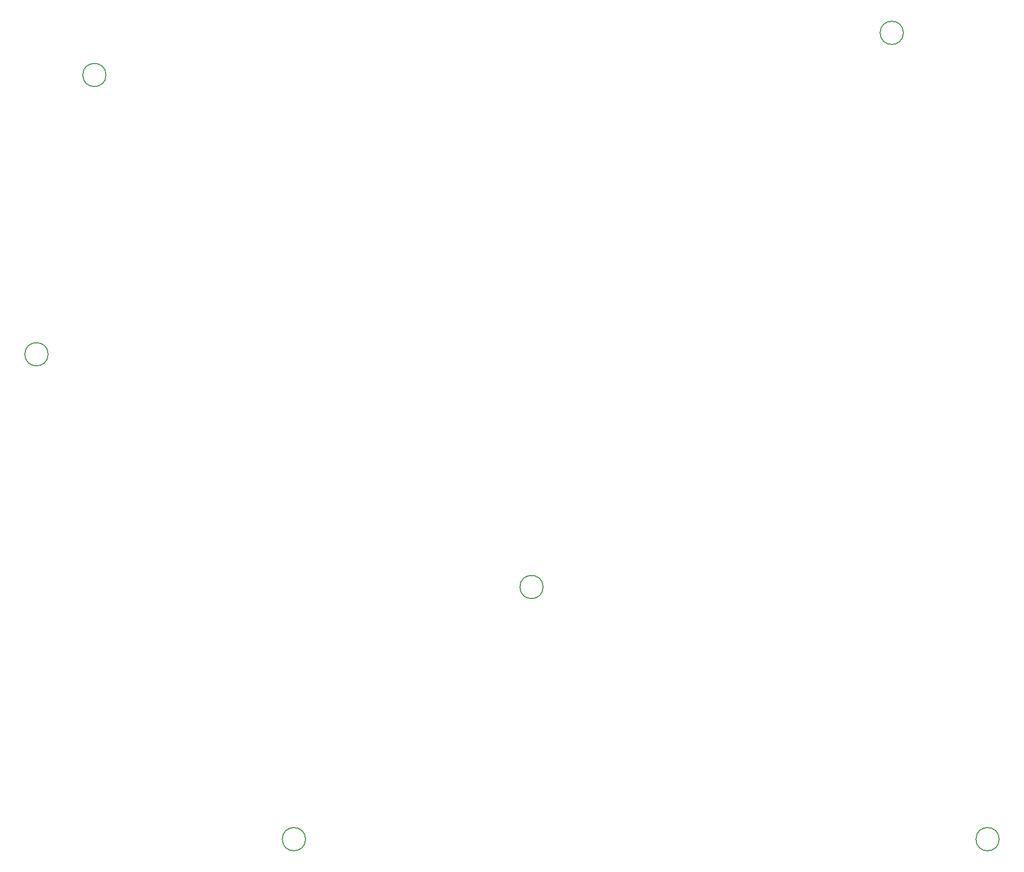
<source format=gbr>
%TF.GenerationSoftware,KiCad,Pcbnew,8.0.4*%
%TF.CreationDate,2024-10-31T13:51:07-05:00*%
%TF.ProjectId,numlocked_right_plate,6e756d6c-6f63-46b6-9564-5f7269676874,rev?*%
%TF.SameCoordinates,Original*%
%TF.FileFunction,Other,Comment*%
%FSLAX46Y46*%
G04 Gerber Fmt 4.6, Leading zero omitted, Abs format (unit mm)*
G04 Created by KiCad (PCBNEW 8.0.4) date 2024-10-31 13:51:07*
%MOMM*%
%LPD*%
G01*
G04 APERTURE LIST*
%ADD10C,0.150000*%
G04 APERTURE END LIST*
D10*
%TO.C,H1*%
X118900000Y-35900000D02*
G75*
G02*
X115100000Y-35900000I-1900000J0D01*
G01*
X115100000Y-35900000D02*
G75*
G02*
X118900000Y-35900000I1900000J0D01*
G01*
%TO.C,H5*%
X249300500Y-29000000D02*
G75*
G02*
X245500500Y-29000000I-1900000J0D01*
G01*
X245500500Y-29000000D02*
G75*
G02*
X249300500Y-29000000I1900000J0D01*
G01*
%TO.C,H4*%
X151525000Y-161000000D02*
G75*
G02*
X147725000Y-161000000I-1900000J0D01*
G01*
X147725000Y-161000000D02*
G75*
G02*
X151525000Y-161000000I1900000J0D01*
G01*
%TO.C,H3*%
X264969500Y-161000000D02*
G75*
G02*
X261169500Y-161000000I-1900000J0D01*
G01*
X261169500Y-161000000D02*
G75*
G02*
X264969500Y-161000000I1900000J0D01*
G01*
%TO.C,H2*%
X190387500Y-119716000D02*
G75*
G02*
X186587500Y-119716000I-1900000J0D01*
G01*
X186587500Y-119716000D02*
G75*
G02*
X190387500Y-119716000I1900000J0D01*
G01*
%TO.C,H1*%
X109425000Y-81616500D02*
G75*
G02*
X105625000Y-81616500I-1900000J0D01*
G01*
X105625000Y-81616500D02*
G75*
G02*
X109425000Y-81616500I1900000J0D01*
G01*
%TD*%
M02*

</source>
